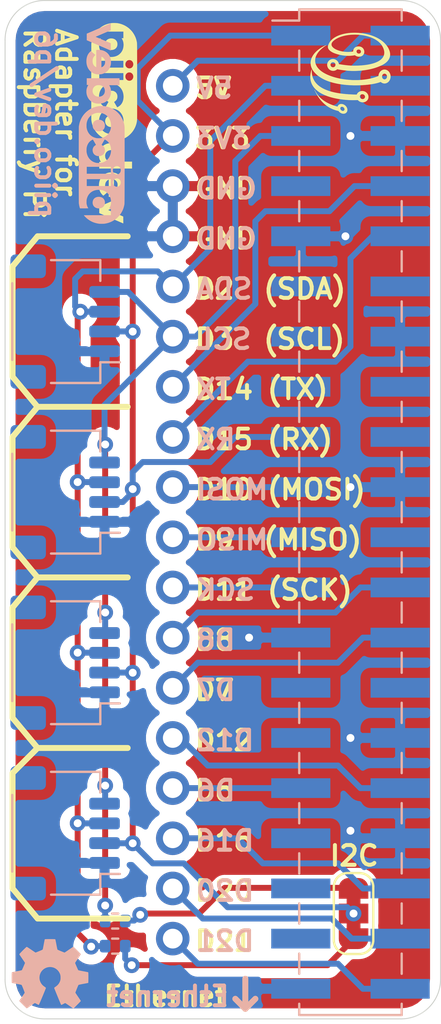
<source format=kicad_pcb>
(kicad_pcb (version 20171130) (host pcbnew "(5.1.8-44-gfd79c7ae46)-1")
  (title_block (title "PiicoDev Adapter for Raspberry Pi") (date 2021-03-31) (rev v10) (company "Core Electronics") (comment 1 "Based off the design by SparkFun: https://github.com/sparkfun/Qwiic_Hat_for_Raspberry_Pi") (comment 2 http://creativecommons.org/licenses/by-sa/4.0) (comment 3 "Creative Commons Share-alike 4.0 International") (comment 4 "Adapted by Michael Ruppe"))
  (layers (0 F.Cu signal) (31 B.Cu signal) (34 B.Paste user) (35 F.Paste user) (36 B.SilkS user) (37 F.SilkS user) (38 B.Mask user) (39 F.Mask user) (44 Edge.Cuts user))
  (net 0 "")
  (net 1 GND)
  (net 2 /SCL)
  (net 3 /SDA)
  (net 4 +3V3)
  (net 5 +5V)
  (net 6 /D21)
  (net 7 /D20)
  (net 8 /D16)
  (net 9 /D6)
  (net 10 /D12)
  (net 11 /D7)
  (net 12 /SCK)
  (net 13 /MISO)
  (net 14 /MOSI)
  (net 15 /RX)
  (net 16 /TX)
  (net 17 /D8)
  (net 18 "Net-(JP1-Pad3)")
  (net 19 "Net-(JP1-Pad1)")
  (module CoreElectronics_Artwork:CoreElectronics_logo_5mm_v2 (layer F.Cu) (at 126.238 77.343)
    (fp_text reference G*** hide)
    (fp_text value LOGO hide)
  )
  (module CoreElectronics_Components:SolderJumper-3_P1.3mm_Closed_RoundedPad1.0x1.5mm (layer F.Cu) (at 126.395 119.888 270)
    (fp_text reference JP1 hide)
    (fp_text value I2C)
    (fp_poly (pts (xy 0.8 0.3) (xy -0.8 0.3) (xy -0.8 -0.3) (xy 0.8 -0.3)) (layer F.Cu) (width 0.1))
    (pad 2 smd rect (at 0 0 270) (size 1 1.5) (layers F.Cu F.Mask) (net 4 +3V3))
    (pad 3 smd custom (at 1.3 0 270) (size 1 0.5) (layers F.Cu F.Mask) (net 18 "Net-(JP1-Pad3)") (options (clearance outline) (anchor rect)) (primitives (gr_circle (center 0 0.25) (end 0.5 0.25) (width 0)) (gr_circle (center 0 -0.25) (end 0.5 -0.25) (width 0)) (gr_poly (pts (xy -0.55 -0.75) (xy 0 -0.75) (xy 0 0.75) (xy -0.55 0.75)) (width 0))))
    (pad 1 smd custom (at -1.3 0 270) (size 1 0.5) (layers F.Cu F.Mask) (net 19 "Net-(JP1-Pad1)") (options (clearance outline) (anchor rect)) (primitives (gr_circle (center 0 0.25) (end 0.5 0.25) (width 0)) (gr_circle (center 0 -0.25) (end 0.5 -0.25) (width 0)) (gr_poly (pts (xy 0.55 -0.75) (xy 0 -0.75) (xy 0 0.75) (xy 0.55 0.75)) (width 0))))
  )
  (module CoreElectronics_Artwork:piicodev_logo_10.2x2.5mm (layer F.Cu) (at 114.173 79.883 270)
    (fp_text reference G1 hide)
    (fp_text value LOGO_PiicoDev hide)
  )
  (module Resistor_SMD:R_0402_1005Metric (layer B.Cu) (at 114.3 120.269 180)
    (fp_text reference R2 hide)
    (fp_text value 4k7)
    (pad 1 smd roundrect (at -0.51 0 180) (size 0.54 0.64) (layers B.Cu B.Paste B.Mask) (net 19 "Net-(JP1-Pad1)"))
    (pad 2 smd roundrect (at 0.51 0 180) (size 0.54 0.64) (layers B.Cu B.Paste B.Mask) (net 2 /SCL))
  )
  (module Resistor_SMD:R_0402_1005Metric (layer B.Cu) (at 114.3 121.539 180)
    (fp_text reference R1 hide)
    (fp_text value 4k7)
    (pad 1 smd roundrect (at -0.51 0 180) (size 0.54 0.64) (layers B.Cu B.Paste B.Mask) (net 18 "Net-(JP1-Pad3)"))
    (pad 2 smd roundrect (at 0.51 0 180) (size 0.54 0.64) (layers B.Cu B.Paste B.Mask) (net 3 /SDA))
  )
  (module CoreElectronics_Artwork:piicodev_logo_10.2x2.5mm (layer B.Cu) (at 113.538 79.883 90)
    (fp_text reference G2 hide)
    (fp_text value LOGO_CoreElectronics_made-with-love hide)
  )
  (module CoreElectronics_Artwork:oshw_3.9x3.5mm (layer B.Cu) (at 110.998 122.936 180)
    (fp_text reference LOGO1 hide)
    (fp_text value Logo_Open_Hardware_Small hide)
  )
  (module Connector_PinHeader_2.54mm:PinHeader_1x18_P2.54mm_Vertical (layer F.Cu) (at 117.221 77.978)
    (fp_text reference J6 hide)
    (fp_text value "Prototyping Header")
    (pad 1 thru_hole circle (at 0 0) (size 1.7 1.7) (drill 1) (layers *.Cu *.Mask) (net 5 +5V))
    (pad 2 thru_hole oval (at 0 2.54) (size 1.7 1.7) (drill 1) (layers *.Cu *.Mask) (net 4 +3V3))
    (pad 3 thru_hole oval (at 0 5.08) (size 1.7 1.7) (drill 1) (layers *.Cu *.Mask) (net 1 GND))
    (pad 4 thru_hole oval (at 0 7.62) (size 1.7 1.7) (drill 1) (layers *.Cu *.Mask) (net 1 GND))
    (pad 5 thru_hole oval (at 0 10.16) (size 1.7 1.7) (drill 1) (layers *.Cu *.Mask) (net 3 /SDA))
    (pad 6 thru_hole oval (at 0 12.7) (size 1.7 1.7) (drill 1) (layers *.Cu *.Mask) (net 2 /SCL))
    (pad 7 thru_hole oval (at 0 15.24) (size 1.7 1.7) (drill 1) (layers *.Cu *.Mask) (net 16 /TX))
    (pad 8 thru_hole oval (at 0 17.78) (size 1.7 1.7) (drill 1) (layers *.Cu *.Mask) (net 15 /RX))
    (pad 9 thru_hole oval (at 0 20.32) (size 1.7 1.7) (drill 1) (layers *.Cu *.Mask) (net 14 /MOSI))
    (pad 10 thru_hole oval (at 0 22.86) (size 1.7 1.7) (drill 1) (layers *.Cu *.Mask) (net 13 /MISO))
    (pad 11 thru_hole oval (at 0 25.4) (size 1.7 1.7) (drill 1) (layers *.Cu *.Mask) (net 12 /SCK))
    (pad 12 thru_hole oval (at 0 27.94) (size 1.7 1.7) (drill 1) (layers *.Cu *.Mask) (net 17 /D8))
    (pad 13 thru_hole oval (at 0 30.48) (size 1.7 1.7) (drill 1) (layers *.Cu *.Mask) (net 11 /D7))
    (pad 14 thru_hole oval (at 0 33.02) (size 1.7 1.7) (drill 1) (layers *.Cu *.Mask) (net 10 /D12))
    (pad 15 thru_hole oval (at 0 35.56) (size 1.7 1.7) (drill 1) (layers *.Cu *.Mask) (net 9 /D6))
    (pad 16 thru_hole oval (at 0 38.1) (size 1.7 1.7) (drill 1) (layers *.Cu *.Mask) (net 8 /D16))
    (pad 17 thru_hole oval (at 0 40.64) (size 1.7 1.7) (drill 1) (layers *.Cu *.Mask) (net 7 /D20))
    (pad 18 thru_hole oval (at 0 43.18) (size 1.7 1.7) (drill 1) (layers *.Cu *.Mask) (net 6 /D21))
  )
  (module Connector_JST:JST_SH_SM04B-SRSS-TB_1x04-1MP_P1.00mm_Horizontal (layer B.Cu) (at 111.76 89.916 90)
    (fp_text reference J5 hide)
    (fp_text value Conn_PiicoDev_socket)
    (pad 1 smd roundrect (at -1.5 2 90) (size 0.6 1.55) (layers B.Cu B.Paste B.Mask) (net 1 GND))
    (pad 2 smd roundrect (at -0.5 2 90) (size 0.6 1.55) (layers B.Cu B.Paste B.Mask) (net 4 +3V3))
    (pad 3 smd roundrect (at 0.5 2 90) (size 0.6 1.55) (layers B.Cu B.Paste B.Mask) (net 3 /SDA))
    (pad 4 smd roundrect (at 1.5 2 90) (size 0.6 1.55) (layers B.Cu B.Paste B.Mask) (net 2 /SCL))
    (pad MP smd roundrect (at -2.8 -1.875 90) (size 1.2 1.8) (layers B.Cu B.Paste B.Mask) (roundrect_rratio 0.2083325))
    (pad MP smd roundrect (at 2.8 -1.875 90) (size 1.2 1.8) (layers B.Cu B.Paste B.Mask) (roundrect_rratio 0.2083325))
  )
  (module Connector_JST:JST_SH_SM04B-SRSS-TB_1x04-1MP_P1.00mm_Horizontal (layer B.Cu) (at 111.76 98.552 90)
    (fp_text reference J4 hide)
    (fp_text value Conn_PiicoDev_socket)
    (pad 1 smd roundrect (at -1.5 2 90) (size 0.6 1.55) (layers B.Cu B.Paste B.Mask) (net 1 GND))
    (pad 2 smd roundrect (at -0.5 2 90) (size 0.6 1.55) (layers B.Cu B.Paste B.Mask) (net 4 +3V3))
    (pad 3 smd roundrect (at 0.5 2 90) (size 0.6 1.55) (layers B.Cu B.Paste B.Mask) (net 3 /SDA))
    (pad 4 smd roundrect (at 1.5 2 90) (size 0.6 1.55) (layers B.Cu B.Paste B.Mask) (net 2 /SCL))
    (pad MP smd roundrect (at -2.8 -1.875 90) (size 1.2 1.8) (layers B.Cu B.Paste B.Mask) (roundrect_rratio 0.2083325))
    (pad MP smd roundrect (at 2.8 -1.875 90) (size 1.2 1.8) (layers B.Cu B.Paste B.Mask) (roundrect_rratio 0.2083325))
  )
  (module Connector_JST:JST_SH_SM04B-SRSS-TB_1x04-1MP_P1.00mm_Horizontal (layer B.Cu) (at 111.76 107.188 90)
    (fp_text reference J3 hide)
    (fp_text value Conn_PiicoDev_socket)
    (pad 1 smd roundrect (at -1.5 2 90) (size 0.6 1.55) (layers B.Cu B.Paste B.Mask) (net 1 GND))
    (pad 2 smd roundrect (at -0.5 2 90) (size 0.6 1.55) (layers B.Cu B.Paste B.Mask) (net 4 +3V3))
    (pad 3 smd roundrect (at 0.5 2 90) (size 0.6 1.55) (layers B.Cu B.Paste B.Mask) (net 3 /SDA))
    (pad 4 smd roundrect (at 1.5 2 90) (size 0.6 1.55) (layers B.Cu B.Paste B.Mask) (net 2 /SCL))
    (pad MP smd roundrect (at -2.8 -1.875 90) (size 1.2 1.8) (layers B.Cu B.Paste B.Mask) (roundrect_rratio 0.2083325))
    (pad MP smd roundrect (at 2.8 -1.875 90) (size 1.2 1.8) (layers B.Cu B.Paste B.Mask) (roundrect_rratio 0.2083325))
  )
  (module Connector_JST:JST_SH_SM04B-SRSS-TB_1x04-1MP_P1.00mm_Horizontal (layer B.Cu) (at 111.76 115.824 90)
    (fp_text reference J2 hide)
    (fp_text value Conn_PiicoDev_socket)
    (pad 1 smd roundrect (at -1.5 2 90) (size 0.6 1.55) (layers B.Cu B.Paste B.Mask) (net 1 GND))
    (pad 2 smd roundrect (at -0.5 2 90) (size 0.6 1.55) (layers B.Cu B.Paste B.Mask) (net 4 +3V3))
    (pad 3 smd roundrect (at 0.5 2 90) (size 0.6 1.55) (layers B.Cu B.Paste B.Mask) (net 3 /SDA))
    (pad 4 smd roundrect (at 1.5 2 90) (size 0.6 1.55) (layers B.Cu B.Paste B.Mask) (net 2 /SCL))
    (pad MP smd roundrect (at -2.8 -1.875 90) (size 1.2 1.8) (layers B.Cu B.Paste B.Mask) (roundrect_rratio 0.2083325))
    (pad MP smd roundrect (at 2.8 -1.875 90) (size 1.2 1.8) (layers B.Cu B.Paste B.Mask) (roundrect_rratio 0.2083325))
  )
  (module Connector_PinSocket_2.54mm:PinSocket_2x20_P2.54mm_Vertical_SMD (layer B.Cu) (at 126.238 99.568 180)
    (fp_text reference J1 hide)
    (fp_text value Raspberry_Pi_2_3)
    (pad 1 smd rect (at 2.52 24.13 180) (size 3 1) (layers B.Cu B.Paste B.Mask) (net 4 +3V3))
    (pad 2 smd rect (at -2.52 24.13 180) (size 3 1) (layers B.Cu B.Paste B.Mask) (net 5 +5V))
    (pad 3 smd rect (at 2.52 21.59 180) (size 3 1) (layers B.Cu B.Paste B.Mask) (net 3 /SDA))
    (pad 4 smd rect (at -2.52 21.59 180) (size 3 1) (layers B.Cu B.Paste B.Mask))
    (pad 5 smd rect (at 2.52 19.05 180) (size 3 1) (layers B.Cu B.Paste B.Mask) (net 2 /SCL))
    (pad 6 smd rect (at -2.52 19.05 180) (size 3 1) (layers B.Cu B.Paste B.Mask) (net 1 GND))
    (pad 7 smd rect (at 2.52 16.51 180) (size 3 1) (layers B.Cu B.Paste B.Mask))
    (pad 8 smd rect (at -2.52 16.51 180) (size 3 1) (layers B.Cu B.Paste B.Mask) (net 16 /TX))
    (pad 9 smd rect (at 2.52 13.97 180) (size 3 1) (layers B.Cu B.Paste B.Mask) (net 1 GND))
    (pad 10 smd rect (at -2.52 13.97 180) (size 3 1) (layers B.Cu B.Paste B.Mask) (net 15 /RX))
    (pad 11 smd rect (at 2.52 11.43 180) (size 3 1) (layers B.Cu B.Paste B.Mask))
    (pad 12 smd rect (at -2.52 11.43 180) (size 3 1) (layers B.Cu B.Paste B.Mask))
    (pad 13 smd rect (at 2.52 8.89 180) (size 3 1) (layers B.Cu B.Paste B.Mask))
    (pad 14 smd rect (at -2.52 8.89 180) (size 3 1) (layers B.Cu B.Paste B.Mask) (net 1 GND))
    (pad 15 smd rect (at 2.52 6.35 180) (size 3 1) (layers B.Cu B.Paste B.Mask))
    (pad 16 smd rect (at -2.52 6.35 180) (size 3 1) (layers B.Cu B.Paste B.Mask))
    (pad 17 smd rect (at 2.52 3.81 180) (size 3 1) (layers B.Cu B.Paste B.Mask) (net 4 +3V3))
    (pad 18 smd rect (at -2.52 3.81 180) (size 3 1) (layers B.Cu B.Paste B.Mask))
    (pad 19 smd rect (at 2.52 1.27 180) (size 3 1) (layers B.Cu B.Paste B.Mask) (net 14 /MOSI))
    (pad 20 smd rect (at -2.52 1.27 180) (size 3 1) (layers B.Cu B.Paste B.Mask) (net 1 GND))
    (pad 21 smd rect (at 2.52 -1.27 180) (size 3 1) (layers B.Cu B.Paste B.Mask) (net 13 /MISO))
    (pad 22 smd rect (at -2.52 -1.27 180) (size 3 1) (layers B.Cu B.Paste B.Mask))
    (pad 23 smd rect (at 2.52 -3.81 180) (size 3 1) (layers B.Cu B.Paste B.Mask) (net 12 /SCK))
    (pad 24 smd rect (at -2.52 -3.81 180) (size 3 1) (layers B.Cu B.Paste B.Mask) (net 17 /D8))
    (pad 25 smd rect (at 2.52 -6.35 180) (size 3 1) (layers B.Cu B.Paste B.Mask) (net 1 GND))
    (pad 26 smd rect (at -2.52 -6.35 180) (size 3 1) (layers B.Cu B.Paste B.Mask) (net 11 /D7))
    (pad 27 smd rect (at 2.52 -8.89 180) (size 3 1) (layers B.Cu B.Paste B.Mask))
    (pad 28 smd rect (at -2.52 -8.89 180) (size 3 1) (layers B.Cu B.Paste B.Mask))
    (pad 29 smd rect (at 2.52 -11.43 180) (size 3 1) (layers B.Cu B.Paste B.Mask))
    (pad 30 smd rect (at -2.52 -11.43 180) (size 3 1) (layers B.Cu B.Paste B.Mask) (net 1 GND))
    (pad 31 smd rect (at 2.52 -13.97 180) (size 3 1) (layers B.Cu B.Paste B.Mask) (net 9 /D6))
    (pad 32 smd rect (at -2.52 -13.97 180) (size 3 1) (layers B.Cu B.Paste B.Mask) (net 10 /D12))
    (pad 33 smd rect (at 2.52 -16.51 180) (size 3 1) (layers B.Cu B.Paste B.Mask))
    (pad 34 smd rect (at -2.52 -16.51 180) (size 3 1) (layers B.Cu B.Paste B.Mask) (net 1 GND))
    (pad 35 smd rect (at 2.52 -19.05 180) (size 3 1) (layers B.Cu B.Paste B.Mask))
    (pad 36 smd rect (at -2.52 -19.05 180) (size 3 1) (layers B.Cu B.Paste B.Mask) (net 8 /D16))
    (pad 37 smd rect (at 2.52 -21.59 180) (size 3 1) (layers B.Cu B.Paste B.Mask))
    (pad 38 smd rect (at -2.52 -21.59 180) (size 3 1) (layers B.Cu B.Paste B.Mask) (net 7 /D20))
    (pad 39 smd rect (at 2.52 -24.13 180) (size 3 1) (layers B.Cu B.Paste B.Mask) (net 1 GND))
    (pad 40 smd rect (at -2.52 -24.13 180) (size 3 1) (layers B.Cu B.Paste B.Mask) (net 6 /D21))
  )
  (gr_text I2C (at 125.080715 116.967) (layer F.SilkS) (effects (font (size 1 1) (thickness 0.2)) (justify left)))
  (gr_text piico.dev/p6 (at 110.744 79.893646 270) (layer B.SilkS) (effects (font (size 1 1) (thickness 0.2)) (justify mirror)))
  (gr_text "Adapter for\nRaspberry Pi" (at 110.998 74.96283 270) (layer F.SilkS) (effects (font (size 1 1) (thickness 0.2)) (justify left)))
  (gr_text GND (at 118.293762 83.185) (layer B.SilkS) (effects (font (size 1 1) (thickness 0.2)) (justify right mirror)))
  (gr_text MISO (at 118.293762 100.965) (layer B.SilkS) (effects (font (size 1 1) (thickness 0.2)) (justify right mirror)))
  (gr_text D16 (at 118.293762 116.205) (layer B.SilkS) (effects (font (size 1 1) (thickness 0.2)) (justify right mirror)))
  (gr_text D21 (at 118.293762 121.285) (layer B.SilkS) (effects (font (size 1 1) (thickness 0.2)) (justify right mirror)))
  (gr_text SDA (at 118.293762 88.265) (layer B.SilkS) (effects (font (size 1 1) (thickness 0.2)) (justify right mirror)))
  (gr_text D8 (at 118.293762 106.045) (layer B.SilkS) (effects (font (size 1 1) (thickness 0.2)) (justify right mirror)))
  (gr_text D20 (at 118.293762 118.745) (layer B.SilkS) (effects (font (size 1 1) (thickness 0.2)) (justify right mirror)))
  (gr_text D7 (at 118.293762 108.585) (layer B.SilkS) (effects (font (size 1 1) (thickness 0.2)) (justify right mirror)))
  (gr_text GND (at 118.293762 85.725) (layer B.SilkS) (effects (font (size 1 1) (thickness 0.2)) (justify right mirror)))
  (gr_text D6 (at 118.293762 113.665) (layer B.SilkS) (effects (font (size 1 1) (thickness 0.2)) (justify right mirror)))
  (gr_text 5V (at 118.293762 78.105) (layer B.SilkS) (effects (font (size 1 1) (thickness 0.2)) (justify right mirror)))
  (gr_text SCK (at 118.293762 103.505) (layer B.SilkS) (effects (font (size 1 1) (thickness 0.2)) (justify right mirror)))
  (gr_text SCL (at 118.293762 90.805) (layer B.SilkS) (effects (font (size 1 1) (thickness 0.2)) (justify right mirror)))
  (gr_text MOSI (at 118.293762 98.425) (layer B.SilkS) (effects (font (size 1 1) (thickness 0.2)) (justify right mirror)))
  (gr_text 3V3 (at 118.293762 80.645) (layer B.SilkS) (effects (font (size 1 1) (thickness 0.2)) (justify right mirror)))
  (gr_text RX (at 118.293762 95.885) (layer B.SilkS) (effects (font (size 1 1) (thickness 0.2)) (justify right mirror)))
  (gr_text TX (at 118.293762 93.345) (layer B.SilkS) (effects (font (size 1 1) (thickness 0.2)) (justify right mirror)))
  (gr_text D12 (at 118.293762 111.125) (layer B.SilkS) (effects (font (size 1 1) (thickness 0.2)) (justify right mirror)))
  (gr_text "D15 (RX)" (at 118.237 95.885) (layer F.SilkS) (effects (font (size 1 1) (thickness 0.2)) (justify left)))
  (gr_text "D2  (SDA)" (at 118.237 88.265) (layer F.SilkS) (effects (font (size 1 1) (thickness 0.2)) (justify left)))
  (gr_text D8 (at 118.237 106.045) (layer F.SilkS) (effects (font (size 1 1) (thickness 0.2)) (justify left)))
  (gr_text "D14 (TX)" (at 118.237 93.345) (layer F.SilkS) (effects (font (size 1 1) (thickness 0.2)) (justify left)))
  (gr_text D12 (at 118.237 111.125) (layer F.SilkS) (effects (font (size 1 1) (thickness 0.2)) (justify left)))
  (gr_text D7 (at 118.237 108.585) (layer F.SilkS) (effects (font (size 1 1) (thickness 0.2)) (justify left)))
  (gr_text GND (at 118.237 85.725) (layer F.SilkS) (effects (font (size 1 1) (thickness 0.2)) (justify left)))
  (gr_text GND (at 118.237 83.185) (layer F.SilkS) (effects (font (size 1 1) (thickness 0.2)) (justify left)))
  (gr_text D6 (at 118.237 113.665) (layer F.SilkS) (effects (font (size 1 1) (thickness 0.2)) (justify left)))
  (gr_text D20 (at 118.237 118.745) (layer F.SilkS) (effects (font (size 1 1) (thickness 0.2)) (justify left)))
  (gr_text 5V (at 118.237 78.105) (layer F.SilkS) (effects (font (size 1 1) (thickness 0.2)) (justify left)))
  (gr_text "D11 (SCK)" (at 118.237 103.505) (layer F.SilkS) (effects (font (size 1 1) (thickness 0.2)) (justify left)))
  (gr_text "D9  (MISO)" (at 118.237 100.965) (layer F.SilkS) (effects (font (size 1 1) (thickness 0.2)) (justify left)))
  (gr_text D16 (at 118.237 116.205) (layer F.SilkS) (effects (font (size 1 1) (thickness 0.2)) (justify left)))
  (gr_text "D3  (SCL)" (at 118.237 90.805) (layer F.SilkS) (effects (font (size 1 1) (thickness 0.2)) (justify left)))
  (gr_text D21 (at 118.237 121.285) (layer F.SilkS) (effects (font (size 1 1) (thickness 0.2)) (justify left)))
  (gr_text "D10 (MOSI)" (at 118.237 98.425) (layer F.SilkS) (effects (font (size 1 1) (thickness 0.2)) (justify left)))
  (gr_text 3V3 (at 118.237 80.645) (layer F.SilkS) (effects (font (size 1 1) (thickness 0.2)) (justify left)))
  (gr_text Ethernet (at 116.84 124.079) (layer F.SilkS) (effects (font (size 1 1) (thickness 0.2))))
  (gr_text Ethernet (at 116.967 124.079) (layer B.SilkS) (effects (font (size 1 1) (thickness 0.2)) (justify mirror)))
  (gr_line (start 120.904 124.714) (end 121.412 124.206) (layer F.SilkS) (width 0.3))
  (gr_line (start 120.904 124.714) (end 120.396 124.206) (layer F.SilkS) (width 0.3))
  (gr_line (start 120.904 123.19) (end 120.904 124.714) (layer F.SilkS) (width 0.3))
  (gr_arc (start 110.712 123.222) (end 108.712 123.222) (angle -90) (layer Edge.Cuts) (width 0.05))
  (gr_arc (start 128.81 123.222) (end 128.81 125.222) (angle -90) (layer Edge.Cuts) (width 0.05))
  (gr_arc (start 128.81 75.66) (end 130.81 75.66) (angle -90) (layer Edge.Cuts) (width 0.05))
  (gr_arc (start 110.712 75.66) (end 110.712 73.66) (angle -90) (layer Edge.Cuts) (width 0.05))
  (gr_line (start 108.712 75.66) (end 108.712 123.222) (layer Edge.Cuts) (width 0.05))
  (gr_line (start 128.81 73.66) (end 110.712 73.66) (layer Edge.Cuts) (width 0.05))
  (gr_line (start 130.81 123.222) (end 130.81 75.66) (layer Edge.Cuts) (width 0.05))
  (gr_line (start 110.712 125.222) (end 128.81 125.222) (layer Edge.Cuts) (width 0.05))
  (gr_line (start 110.363 85.598) (end 114.935 85.598) (layer F.SilkS) (width 0.3))
  (gr_line (start 109.093 87.122) (end 110.363 85.598) (layer F.SilkS) (width 0.3))
  (gr_line (start 109.093 92.71) (end 109.093 87.122) (layer F.SilkS) (width 0.3))
  (gr_line (start 110.363 94.234) (end 109.093 92.71) (layer F.SilkS) (width 0.3))
  (gr_line (start 110.363 94.234) (end 114.935 94.234) (layer F.SilkS) (width 0.3))
  (gr_line (start 109.093 95.758) (end 110.363 94.234) (layer F.SilkS) (width 0.3))
  (gr_line (start 109.093 101.346) (end 109.093 95.758) (layer F.SilkS) (width 0.3))
  (gr_line (start 110.363 102.87) (end 109.093 101.346) (layer F.SilkS) (width 0.3))
  (gr_line (start 110.363 102.87) (end 114.935 102.87) (layer F.SilkS) (width 0.3))
  (gr_line (start 109.093 104.394) (end 110.363 102.87) (layer F.SilkS) (width 0.3))
  (gr_line (start 109.093 109.982) (end 109.093 104.394) (layer F.SilkS) (width 0.3))
  (gr_line (start 110.363 111.506) (end 109.093 109.982) (layer F.SilkS) (width 0.3))
  (gr_line (start 110.363 120.142) (end 114.935 120.142) (layer F.SilkS) (width 0.3))
  (gr_line (start 109.093 118.618) (end 110.363 120.142) (layer F.SilkS) (width 0.3))
  (gr_line (start 109.093 112.776) (end 109.093 118.618) (layer F.SilkS) (width 0.3))
  (gr_line (start 110.363 111.506) (end 109.093 112.776) (layer F.SilkS) (width 0.3))
  (gr_line (start 114.935 111.506) (end 110.363 111.506) (layer F.SilkS) (width 0.3))
  (gr_line (start 120.904 124.714) (end 121.412 124.206) (layer B.SilkS) (width 0.3))
  (gr_line (start 120.904 124.714) (end 120.396 124.206) (layer B.SilkS) (width 0.3))
  (gr_line (start 120.904 123.19) (end 120.904 124.714) (layer B.SilkS) (width 0.3))
  (via (at 121.0945 105.918) (size 0.8) (drill 0.4) (layers F.Cu B.Cu) (net 1))
  (via (at 126.238 115.697) (size 0.8) (drill 0.4) (layers F.Cu B.Cu) (net 1))
  (via (at 126.238 80.518) (size 0.8) (drill 0.4) (layers F.Cu B.Cu) (net 1))
  (via (at 125.984 85.598) (size 0.8) (drill 0.4) (layers F.Cu B.Cu) (net 1))
  (via (at 126.238 98.298) (size 0.8) (drill 0.4) (layers F.Cu B.Cu) (net 1))
  (via (at 126.238 110.998) (size 0.8) (drill 0.4) (layers F.Cu B.Cu) (net 1))
  (via (at 113.792 96.139) (size 0.8) (drill 0.4) (layers F.Cu B.Cu) (net 2))
  (segment (start 113.76 96.107) (end 113.792 96.139) (width 0.3) (layer B.Cu) (net 2))
  (segment (start 113.76 96.107) (end 113.76 97.052) (width 0.3) (layer B.Cu) (net 2))
  (via (at 113.792 104.648) (size 0.8) (drill 0.4) (layers F.Cu B.Cu) (net 2))
  (segment (start 113.792 96.139) (end 113.792 104.648) (width 0.3) (layer F.Cu) (net 2))
  (segment (start 113.792 105.656) (end 113.76 105.688) (width 0.3) (layer B.Cu) (net 2))
  (segment (start 113.792 104.648) (end 113.792 105.656) (width 0.3) (layer B.Cu) (net 2))
  (via (at 113.792 113.411) (size 0.8) (drill 0.4) (layers F.Cu B.Cu) (net 2))
  (segment (start 113.792 104.648) (end 113.792 113.411) (width 0.3) (layer F.Cu) (net 2))
  (segment (start 113.792 114.292) (end 113.76 114.324) (width 0.3) (layer B.Cu) (net 2))
  (segment (start 113.792 113.411) (end 113.792 114.292) (width 0.3) (layer B.Cu) (net 2))
  (segment (start 114.959 88.416) (end 113.76 88.416) (width 0.3) (layer B.Cu) (net 2))
  (segment (start 117.221 90.678) (end 114.959 88.416) (width 0.3) (layer B.Cu) (net 2))
  (segment (start 113.76 94.139) (end 113.76 96.107) (width 0.3) (layer B.Cu) (net 2))
  (segment (start 117.221 90.678) (end 113.76 94.139) (width 0.3) (layer B.Cu) (net 2))
  (segment (start 118.389 90.678) (end 117.221 90.678) (width 0.3) (layer B.Cu) (net 2))
  (segment (start 120.396 88.671) (end 118.389 90.678) (width 0.3) (layer B.Cu) (net 2))
  (segment (start 120.396 81.788) (end 120.396 88.671) (width 0.3) (layer B.Cu) (net 2))
  (segment (start 121.666 80.518) (end 120.396 81.788) (width 0.3) (layer B.Cu) (net 2))
  (segment (start 123.718 80.518) (end 121.666 80.518) (width 0.3) (layer B.Cu) (net 2))
  (via (at 113.792 119.4816) (size 0.8) (drill 0.4) (layers F.Cu B.Cu) (net 2))
  (segment (start 113.792 113.411) (end 113.792 119.4816) (width 0.3) (layer F.Cu) (net 2))
  (segment (start 113.792 120.267) (end 113.79 120.269) (width 0.3) (layer B.Cu) (net 2))
  (segment (start 113.792 119.4816) (end 113.792 120.267) (width 0.3) (layer B.Cu) (net 2))
  (segment (start 113.76 89.416) (end 112.53 89.416) (width 0.3) (layer B.Cu) (net 3))
  (via (at 112.395 115.316) (size 0.8) (drill 0.4) (layers F.Cu B.Cu) (net 3))
  (segment (start 112.403 115.324) (end 112.395 115.316) (width 0.3) (layer B.Cu) (net 3))
  (segment (start 113.76 115.324) (end 112.403 115.324) (width 0.3) (layer B.Cu) (net 3))
  (via (at 112.395 106.68) (size 0.8) (drill 0.4) (layers F.Cu B.Cu) (net 3))
  (segment (start 112.395 115.316) (end 112.395 106.68) (width 0.3) (layer F.Cu) (net 3))
  (segment (start 113.752 106.68) (end 113.76 106.688) (width 0.3) (layer B.Cu) (net 3))
  (segment (start 112.395 106.68) (end 113.752 106.68) (width 0.3) (layer B.Cu) (net 3))
  (via (at 112.395 98.044) (size 0.8) (drill 0.4) (layers F.Cu B.Cu) (net 3))
  (segment (start 112.395 106.68) (end 112.395 98.044) (width 0.3) (layer F.Cu) (net 3))
  (segment (start 113.752 98.044) (end 113.76 98.052) (width 0.3) (layer B.Cu) (net 3))
  (segment (start 112.395 98.044) (end 113.752 98.044) (width 0.3) (layer B.Cu) (net 3))
  (via (at 112.53 89.416) (size 0.8) (drill 0.4) (layers F.Cu B.Cu) (net 3))
  (segment (start 112.395 89.551) (end 112.53 89.416) (width 0.3) (layer F.Cu) (net 3))
  (segment (start 112.395 98.044) (end 112.395 89.551) (width 0.3) (layer F.Cu) (net 3))
  (segment (start 116.459 87.376) (end 117.221 88.138) (width 0.3) (layer B.Cu) (net 3))
  (segment (start 112.268 87.757) (end 112.649 87.376) (width 0.3) (layer B.Cu) (net 3))
  (segment (start 112.649 87.376) (end 116.459 87.376) (width 0.3) (layer B.Cu) (net 3))
  (segment (start 112.268 89.154) (end 112.268 87.757) (width 0.3) (layer B.Cu) (net 3))
  (segment (start 112.53 89.416) (end 112.268 89.154) (width 0.3) (layer B.Cu) (net 3))
  (segment (start 117.221 88.138) (end 119.126 86.233) (width 0.3) (layer B.Cu) (net 3))
  (segment (start 119.126 86.233) (end 119.126 80.77) (width 0.3) (layer B.Cu) (net 3))
  (segment (start 119.126 80.77) (end 121.918 77.978) (width 0.3) (layer B.Cu) (net 3))
  (segment (start 121.918 77.978) (end 123.718 77.978) (width 0.3) (layer B.Cu) (net 3))
  (via (at 113.0808 121.5644) (size 0.8) (drill 0.4) (layers F.Cu B.Cu) (net 3))
  (segment (start 112.395 115.316) (end 112.395 120.8786) (width 0.3) (layer F.Cu) (net 3))
  (segment (start 112.395 120.8786) (end 113.0808 121.5644) (width 0.3) (layer F.Cu) (net 3))
  (segment (start 113.1062 121.539) (end 113.0808 121.5644) (width 0.3) (layer B.Cu) (net 3))
  (segment (start 113.79 121.539) (end 113.1062 121.539) (width 0.3) (layer B.Cu) (net 3))
  (via (at 115.189 90.424) (size 0.8) (drill 0.4) (layers F.Cu B.Cu) (net 4))
  (segment (start 115.181 90.416) (end 115.189 90.424) (width 0.3) (layer B.Cu) (net 4))
  (segment (start 113.76 90.416) (end 115.181 90.416) (width 0.3) (layer B.Cu) (net 4))
  (segment (start 113.768 116.332) (end 113.76 116.324) (width 0.3) (layer B.Cu) (net 4))
  (segment (start 115.189 116.332) (end 113.768 116.332) (width 0.3) (layer B.Cu) (net 4))
  (segment (start 117.094 80.518) (end 117.221 80.518) (width 0.3) (layer F.Cu) (net 4))
  (segment (start 115.189 82.423) (end 117.094 80.518) (width 0.3) (layer F.Cu) (net 4))
  (segment (start 115.189 90.424) (end 115.189 82.423) (width 0.3) (layer F.Cu) (net 4))
  (segment (start 115.181 107.688) (end 115.189 107.696) (width 0.3) (layer B.Cu) (net 4))
  (segment (start 113.76 107.688) (end 115.181 107.688) (width 0.3) (layer B.Cu) (net 4))
  (via (at 115.189 116.332) (size 0.8) (drill 0.4) (layers F.Cu B.Cu) (net 4))
  (via (at 115.189 107.696) (size 0.8) (drill 0.4) (layers F.Cu B.Cu) (net 4))
  (segment (start 115.189 107.696) (end 115.189 116.332) (width 0.3) (layer F.Cu) (net 4))
  (segment (start 115.189 99.06) (end 115.189 98.806) (width 0.3) (layer F.Cu) (net 4))
  (segment (start 115.189 107.696) (end 115.189 99.06) (width 0.3) (layer F.Cu) (net 4))
  (segment (start 115.189 98.806) (end 115.189 90.424) (width 0.3) (layer F.Cu) (net 4))
  (segment (start 114.689 99.052) (end 113.76 99.052) (width 0.3) (layer B.Cu) (net 4))
  (segment (start 120.396 95.758) (end 119.126 97.028) (width 0.3) (layer B.Cu) (net 4))
  (segment (start 115.697 97.028) (end 115.189 97.536) (width 0.3) (layer B.Cu) (net 4))
  (segment (start 115.189 98.552) (end 114.689 99.052) (width 0.3) (layer B.Cu) (net 4))
  (segment (start 123.718 95.758) (end 120.396 95.758) (width 0.3) (layer B.Cu) (net 4))
  (segment (start 115.189 98.398) (end 115.189 98.552) (width 0.3) (layer B.Cu) (net 4))
  (segment (start 119.126 97.028) (end 115.697 97.028) (width 0.3) (layer B.Cu) (net 4))
  (segment (start 115.189 97.536) (end 115.189 98.398) (width 0.3) (layer B.Cu) (net 4))
  (via (at 115.189 98.398) (size 0.8) (drill 0.4) (layers F.Cu B.Cu) (net 4))
  (via (at 126.395006 119.888) (size 0.8) (drill 0.4) (layers F.Cu B.Cu) (net 4))
  (segment (start 126.077506 119.5705) (end 126.395006 119.888) (width 0.3) (layer B.Cu) (net 4))
  (segment (start 120.00638 119.5705) (end 126.077506 119.5705) (width 0.3) (layer B.Cu) (net 4))
  (segment (start 117.78388 117.348) (end 120.00638 119.5705) (width 0.3) (layer B.Cu) (net 4))
  (segment (start 116.205 117.348) (end 117.78388 117.348) (width 0.3) (layer B.Cu) (net 4))
  (segment (start 115.189 116.332) (end 116.205 117.348) (width 0.3) (layer B.Cu) (net 4))
  (segment (start 117.094 75.438) (end 123.718 75.438) (width 0.3) (layer B.Cu) (net 4))
  (segment (start 115.443 77.089) (end 117.094 75.438) (width 0.3) (layer B.Cu) (net 4))
  (segment (start 115.443 78.74) (end 115.443 77.089) (width 0.3) (layer B.Cu) (net 4))
  (segment (start 117.221 80.518) (end 115.443 78.74) (width 0.3) (layer B.Cu) (net 4))
  (segment (start 118.491 76.708) (end 117.221 77.978) (width 0.3) (layer B.Cu) (net 5))
  (segment (start 125.603 76.708) (end 118.491 76.708) (width 0.3) (layer B.Cu) (net 5))
  (segment (start 126.873 75.438) (end 125.603 76.708) (width 0.3) (layer B.Cu) (net 5))
  (segment (start 128.758 75.438) (end 126.873 75.438) (width 0.3) (layer B.Cu) (net 5))
  (segment (start 125.603 122.428) (end 126.873 123.698) (width 0.3) (layer B.Cu) (net 6))
  (segment (start 126.873 123.698) (end 128.758 123.698) (width 0.3) (layer B.Cu) (net 6))
  (segment (start 118.491 122.428) (end 125.603 122.428) (width 0.3) (layer B.Cu) (net 6))
  (segment (start 117.221 121.158) (end 118.491 122.428) (width 0.3) (layer B.Cu) (net 6))
  (segment (start 126.3015 121.158) (end 128.758 121.158) (width 0.3) (layer B.Cu) (net 7))
  (segment (start 125.2855 120.142) (end 126.3015 121.158) (width 0.3) (layer B.Cu) (net 7))
  (segment (start 118.745 120.142) (end 125.2855 120.142) (width 0.3) (layer B.Cu) (net 7))
  (segment (start 117.221 118.618) (end 118.745 120.142) (width 0.3) (layer B.Cu) (net 7))
  (segment (start 126.873 118.618) (end 128.758 118.618) (width 0.3) (layer B.Cu) (net 8))
  (segment (start 121.793 117.348) (end 125.603 117.348) (width 0.3) (layer B.Cu) (net 8))
  (segment (start 125.603 117.348) (end 126.873 118.618) (width 0.3) (layer B.Cu) (net 8))
  (segment (start 120.523 116.078) (end 121.793 117.348) (width 0.3) (layer B.Cu) (net 8))
  (segment (start 117.221 116.078) (end 120.523 116.078) (width 0.3) (layer B.Cu) (net 8))
  (segment (start 123.718 113.538) (end 117.221 113.538) (width 0.3) (layer B.Cu) (net 9))
  (segment (start 126.746 113.538) (end 128.758 113.538) (width 0.3) (layer B.Cu) (net 10))
  (segment (start 125.603 112.395) (end 126.746 113.538) (width 0.3) (layer B.Cu) (net 10))
  (segment (start 118.999 112.395) (end 125.603 112.395) (width 0.3) (layer B.Cu) (net 10))
  (segment (start 117.602 110.998) (end 118.999 112.395) (width 0.3) (layer B.Cu) (net 10))
  (segment (start 117.221 110.998) (end 117.602 110.998) (width 0.3) (layer B.Cu) (net 10))
  (segment (start 126.873 105.918) (end 128.758 105.918) (width 0.3) (layer B.Cu) (net 11))
  (segment (start 125.603 107.188) (end 126.873 105.918) (width 0.3) (layer B.Cu) (net 11))
  (segment (start 118.491 107.188) (end 125.603 107.188) (width 0.3) (layer B.Cu) (net 11))
  (segment (start 117.221 108.458) (end 118.491 107.188) (width 0.3) (layer B.Cu) (net 11))
  (segment (start 123.718 103.378) (end 117.221 103.378) (width 0.3) (layer B.Cu) (net 12))
  (segment (start 117.221 100.838) (end 123.718 100.838) (width 0.3) (layer B.Cu) (net 13))
  (segment (start 117.221 98.298) (end 123.718 98.298) (width 0.3) (layer B.Cu) (net 14))
  (segment (start 127.3556 85.598) (end 128.758 85.598) (width 0.3) (layer B.Cu) (net 15))
  (segment (start 126.238 86.7156) (end 127.3556 85.598) (width 0.3) (layer B.Cu) (net 15))
  (segment (start 126.238 91.186) (end 126.238 86.7156) (width 0.3) (layer B.Cu) (net 15))
  (segment (start 125.476 91.948) (end 126.238 91.186) (width 0.3) (layer B.Cu) (net 15))
  (segment (start 121.031 91.948) (end 125.476 91.948) (width 0.3) (layer B.Cu) (net 15))
  (segment (start 117.221 95.758) (end 121.031 91.948) (width 0.3) (layer B.Cu) (net 15))
  (segment (start 117.221 93.218) (end 121.412 89.027) (width 0.3) (layer B.Cu) (net 16))
  (segment (start 121.412 89.027) (end 121.412 87.503) (width 0.3) (layer B.Cu) (net 16))
  (segment (start 126.4412 83.058) (end 128.758 83.058) (width 0.3) (layer B.Cu) (net 16))
  (segment (start 125.1712 84.328) (end 126.4412 83.058) (width 0.3) (layer B.Cu) (net 16))
  (segment (start 121.92 84.328) (end 125.1712 84.328) (width 0.3) (layer B.Cu) (net 16))
  (segment (start 121.412 84.836) (end 121.92 84.328) (width 0.3) (layer B.Cu) (net 16))
  (segment (start 121.412 89.027) (end 121.412 84.836) (width 0.3) (layer B.Cu) (net 16))
  (segment (start 126.746 103.378) (end 128.758 103.378) (width 0.3) (layer B.Cu) (net 17))
  (segment (start 125.476 104.648) (end 126.746 103.378) (width 0.3) (layer B.Cu) (net 17))
  (segment (start 118.491 104.648) (end 125.476 104.648) (width 0.3) (layer B.Cu) (net 17))
  (segment (start 117.221 105.918) (end 118.491 104.648) (width 0.3) (layer B.Cu) (net 17))
  (via (at 115.138202 122.504202) (size 0.8) (drill 0.4) (layers F.Cu B.Cu) (net 18))
  (segment (start 126.395 121.188) (end 125.078798 122.504202) (width 0.3) (layer F.Cu) (net 18))
  (segment (start 125.078798 122.504202) (end 115.138202 122.504202) (width 0.3) (layer F.Cu) (net 18))
  (segment (start 114.808 122.174) (end 115.138202 122.504202) (width 0.3) (layer B.Cu) (net 18))
  (segment (start 114.808 121.5136) (end 114.808 122.174) (width 0.3) (layer B.Cu) (net 18))
  (via (at 115.57 119.9515) (size 0.8) (drill 0.4) (layers F.Cu B.Cu) (net 19))
  (segment (start 115.6335 119.888) (end 115.57 119.9515) (width 0.3) (layer F.Cu) (net 19))
  (segment (start 118.5545 119.888) (end 115.6335 119.888) (width 0.3) (layer F.Cu) (net 19))
  (segment (start 119.8545 118.588) (end 118.5545 119.888) (width 0.3) (layer F.Cu) (net 19))
  (segment (start 126.395 118.588) (end 119.8545 118.588) (width 0.3) (layer F.Cu) (net 19))
  (segment (start 115.5573 119.9515) (end 115.2652 120.2436) (width 0.3) (layer B.Cu) (net 19))
  (segment (start 115.57 119.9515) (end 115.5573 119.9515) (width 0.3) (layer B.Cu) (net 19))
  (segment (start 114.8354 120.2436) (end 114.81 120.269) (width 0.3) (layer B.Cu) (net 19))
  (segment (start 115.2652 120.2436) (end 114.8354 120.2436) (width 0.3) (layer B.Cu) (net 19))
  (zone (net 1) (net_name GND) (layer B.Cu) (connect_pads (clearance 0.508)) (min_thickness 0.3) (fill yes (arc_segments 32) (thermal_gap 0.508) (thermal_bridge_width 0.508))
    (polygon (pts (xy 129.667 73.914) (xy 130.048 74.168) (xy 130.429 74.676) (xy 130.683 75.184) (xy 130.683 123.571) (xy 130.302 124.46) (xy 129.413 125.095) (xy 110.109 125.095) (xy 109.347 124.587) (xy 108.839 123.825) (xy 108.839 75.311) (xy 108.966 74.93) (xy 109.474 74.168) (xy 110.363 73.787) (xy 129.286 73.787)))
  )
  (zone (net 1) (net_name GND) (layer F.Cu) (connect_pads (clearance 0.508)) (min_thickness 0.3) (fill yes (arc_segments 32) (thermal_gap 0.508) (thermal_bridge_width 0.508))
    (polygon (pts (xy 129.667 73.914) (xy 130.048 74.168) (xy 130.429 74.676) (xy 130.683 75.184) (xy 130.683 123.571) (xy 130.302 124.46) (xy 129.413 125.095) (xy 110.109 125.095) (xy 109.347 124.587) (xy 108.839 123.825) (xy 108.839 75.311) (xy 108.966 74.93) (xy 109.474 74.168) (xy 110.363 73.787) (xy 129.286 73.787)))
  )
)
</source>
